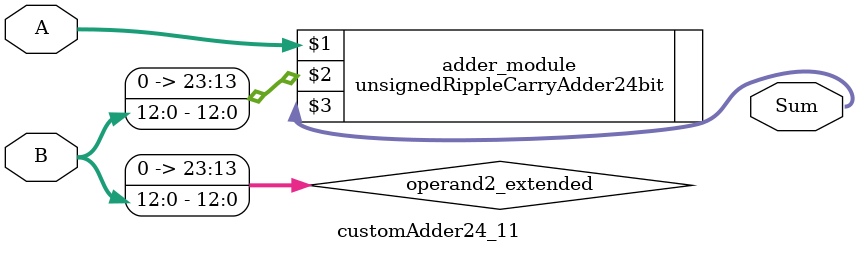
<source format=v>

module customAdder24_11(
                    input [23 : 0] A,
                    input [12 : 0] B,
                    
                    output [24 : 0] Sum
            );

    wire [23 : 0] operand2_extended;
    
    assign operand2_extended =  {11'b0, B};
    
    unsignedRippleCarryAdder24bit adder_module(
        A,
        operand2_extended,
        Sum
    );
    
endmodule
        
</source>
